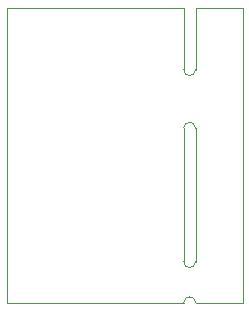
<source format=gbr>
%TF.GenerationSoftware,KiCad,Pcbnew,(6.0.7)*%
%TF.CreationDate,2023-02-02T23:10:42+01:00*%
%TF.ProjectId,ESP31-01_V4,45535033-312d-4303-915f-56342e6b6963,rev?*%
%TF.SameCoordinates,Original*%
%TF.FileFunction,Profile,NP*%
%FSLAX46Y46*%
G04 Gerber Fmt 4.6, Leading zero omitted, Abs format (unit mm)*
G04 Created by KiCad (PCBNEW (6.0.7)) date 2023-02-02 23:10:42*
%MOMM*%
%LPD*%
G01*
G04 APERTURE LIST*
%TA.AperFunction,Profile*%
%ADD10C,0.100000*%
%TD*%
G04 APERTURE END LIST*
D10*
X119000000Y-115000000D02*
X104000000Y-115000000D01*
X120000000Y-90000000D02*
X120000000Y-95250000D01*
X120000000Y-115000000D02*
X120000000Y-114975000D01*
X119000000Y-95250000D02*
X119000000Y-90000000D01*
X120000000Y-114975000D02*
G75*
G03*
X119000000Y-114975000I-500000J0D01*
G01*
X119000000Y-111500000D02*
G75*
G03*
X120000000Y-111500000I500000J0D01*
G01*
X120000000Y-100200000D02*
X120000000Y-111500000D01*
X120000000Y-100200000D02*
G75*
G03*
X119000000Y-100200000I-500000J0D01*
G01*
X104000000Y-90000000D02*
X119000000Y-90000000D01*
X104000000Y-115000000D02*
X104000000Y-90000000D01*
X119000000Y-95250000D02*
G75*
G03*
X120000000Y-95250000I500000J0D01*
G01*
X124000000Y-90000000D02*
X124000000Y-115000000D01*
X120000000Y-90000000D02*
X124000000Y-90000000D01*
X124000000Y-115000000D02*
X120000000Y-115000000D01*
X119000000Y-114975000D02*
X119000000Y-115000000D01*
X119000000Y-111500000D02*
X119000000Y-100200000D01*
M02*

</source>
